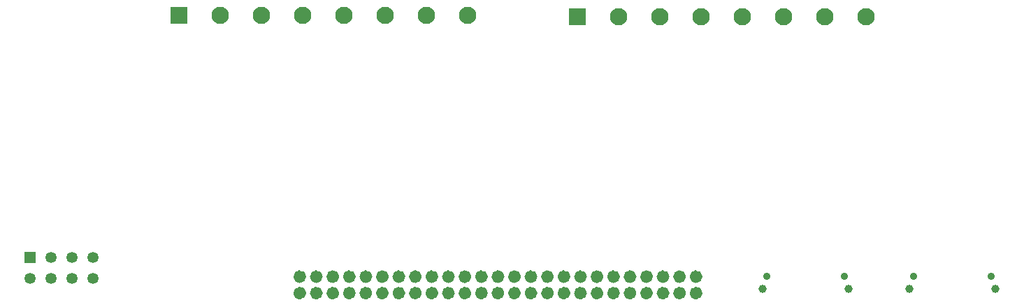
<source format=gbr>
G04 #@! TF.GenerationSoftware,KiCad,Pcbnew,(5.99.0-9973-gfb99c55869)*
G04 #@! TF.CreationDate,2022-03-18T17:34:01-07:00*
G04 #@! TF.ProjectId,v1,76312e6b-6963-4616-945f-706362585858,rev?*
G04 #@! TF.SameCoordinates,Original*
G04 #@! TF.FileFunction,Soldermask,Bot*
G04 #@! TF.FilePolarity,Negative*
%FSLAX46Y46*%
G04 Gerber Fmt 4.6, Leading zero omitted, Abs format (unit mm)*
G04 Created by KiCad (PCBNEW (5.99.0-9973-gfb99c55869)) date 2022-03-18 17:34:01*
%MOMM*%
%LPD*%
G01*
G04 APERTURE LIST*
%ADD10C,0.795985*%
%ADD11R,1.350000X1.350000*%
%ADD12C,1.350000*%
%ADD13R,2.100000X2.100000*%
%ADD14C,2.100000*%
%ADD15C,1.000000*%
%ADD16C,0.890000*%
G04 APERTURE END LIST*
D10*
X140950992Y-139192000D02*
G75*
G03*
X140950992Y-139192000I-397992J0D01*
G01*
X120950992Y-137192004D02*
G75*
G03*
X120950992Y-137192004I-397992J0D01*
G01*
X152950992Y-137192004D02*
G75*
G03*
X152950992Y-137192004I-397992J0D01*
G01*
X148950982Y-137192004D02*
G75*
G03*
X148950982Y-137192004I-397992J0D01*
G01*
X160950992Y-137192004D02*
G75*
G03*
X160950992Y-137192004I-397992J0D01*
G01*
X162950992Y-139192000D02*
G75*
G03*
X162950992Y-139192000I-397992J0D01*
G01*
X136951002Y-137192004D02*
G75*
G03*
X136951002Y-137192004I-397992J0D01*
G01*
X162950992Y-137192004D02*
G75*
G03*
X162950992Y-137192004I-397992J0D01*
G01*
X150951002Y-139192000D02*
G75*
G03*
X150951002Y-139192000I-397992J0D01*
G01*
X118950992Y-137192004D02*
G75*
G03*
X118950992Y-137192004I-397992J0D01*
G01*
X142950992Y-139192000D02*
G75*
G03*
X142950992Y-139192000I-397992J0D01*
G01*
X156950992Y-139192000D02*
G75*
G03*
X156950992Y-139192000I-397992J0D01*
G01*
X142950992Y-137192004D02*
G75*
G03*
X142950992Y-137192004I-397992J0D01*
G01*
X130950992Y-139192000D02*
G75*
G03*
X130950992Y-139192000I-397992J0D01*
G01*
X154950992Y-139192000D02*
G75*
G03*
X154950992Y-139192000I-397992J0D01*
G01*
X128950992Y-137192004D02*
G75*
G03*
X128950992Y-137192004I-397992J0D01*
G01*
X132950992Y-137192004D02*
G75*
G03*
X132950992Y-137192004I-397992J0D01*
G01*
X146950982Y-139192000D02*
G75*
G03*
X146950982Y-139192000I-397992J0D01*
G01*
X124950992Y-139192000D02*
G75*
G03*
X124950992Y-139192000I-397992J0D01*
G01*
X158950992Y-139192000D02*
G75*
G03*
X158950992Y-139192000I-397992J0D01*
G01*
X122950992Y-137192004D02*
G75*
G03*
X122950992Y-137192004I-397992J0D01*
G01*
X128950992Y-139192000D02*
G75*
G03*
X128950992Y-139192000I-397992J0D01*
G01*
X158950992Y-137192004D02*
G75*
G03*
X158950992Y-137192004I-397992J0D01*
G01*
X166950992Y-137192004D02*
G75*
G03*
X166950992Y-137192004I-397992J0D01*
G01*
X126950992Y-137192004D02*
G75*
G03*
X126950992Y-137192004I-397992J0D01*
G01*
X122950992Y-139192000D02*
G75*
G03*
X122950992Y-139192000I-397992J0D01*
G01*
X152950992Y-139192000D02*
G75*
G03*
X152950992Y-139192000I-397992J0D01*
G01*
X124950992Y-137192004D02*
G75*
G03*
X124950992Y-137192004I-397992J0D01*
G01*
X154950992Y-137192004D02*
G75*
G03*
X154950992Y-137192004I-397992J0D01*
G01*
X156950992Y-137192004D02*
G75*
G03*
X156950992Y-137192004I-397992J0D01*
G01*
X120950992Y-139192000D02*
G75*
G03*
X120950992Y-139192000I-397992J0D01*
G01*
X130950992Y-137192004D02*
G75*
G03*
X130950992Y-137192004I-397992J0D01*
G01*
X136951002Y-139192000D02*
G75*
G03*
X136951002Y-139192000I-397992J0D01*
G01*
X150951002Y-137192004D02*
G75*
G03*
X150951002Y-137192004I-397992J0D01*
G01*
X144950992Y-137192004D02*
G75*
G03*
X144950992Y-137192004I-397992J0D01*
G01*
X126950992Y-139192000D02*
G75*
G03*
X126950992Y-139192000I-397992J0D01*
G01*
X144950992Y-139192000D02*
G75*
G03*
X144950992Y-139192000I-397992J0D01*
G01*
X138951002Y-137192004D02*
G75*
G03*
X138951002Y-137192004I-397992J0D01*
G01*
X146950982Y-137192004D02*
G75*
G03*
X146950982Y-137192004I-397992J0D01*
G01*
X148950982Y-139192000D02*
G75*
G03*
X148950982Y-139192000I-397992J0D01*
G01*
X166950992Y-139192000D02*
G75*
G03*
X166950992Y-139192000I-397992J0D01*
G01*
X134950982Y-137192004D02*
G75*
G03*
X134950982Y-137192004I-397992J0D01*
G01*
X132950992Y-139192000D02*
G75*
G03*
X132950992Y-139192000I-397992J0D01*
G01*
X164950992Y-139192000D02*
G75*
G03*
X164950992Y-139192000I-397992J0D01*
G01*
X140950992Y-137192004D02*
G75*
G03*
X140950992Y-137192004I-397992J0D01*
G01*
X138951002Y-139192000D02*
G75*
G03*
X138951002Y-139192000I-397992J0D01*
G01*
X164950992Y-137192004D02*
G75*
G03*
X164950992Y-137192004I-397992J0D01*
G01*
X134950982Y-139192000D02*
G75*
G03*
X134950982Y-139192000I-397992J0D01*
G01*
X160950992Y-139192000D02*
G75*
G03*
X160950992Y-139192000I-397992J0D01*
G01*
X118950992Y-139192000D02*
G75*
G03*
X118950992Y-139192000I-397992J0D01*
G01*
D11*
X85869501Y-134847508D03*
D12*
X85869501Y-137387508D03*
X88409501Y-134847508D03*
X88409501Y-137387508D03*
X90949501Y-134847508D03*
X90949501Y-137387508D03*
X93489501Y-134847508D03*
X93489501Y-137387508D03*
D13*
X103912000Y-105518500D03*
D14*
X108912000Y-105518500D03*
X113912000Y-105518500D03*
X118912000Y-105518500D03*
X123912000Y-105518500D03*
X128912000Y-105518500D03*
X133912000Y-105518500D03*
X138912000Y-105518500D03*
D15*
X192387000Y-138640000D03*
X202837000Y-138640000D03*
D16*
X192887000Y-137160000D03*
X202337000Y-137160000D03*
D15*
X174607000Y-138640000D03*
X185057000Y-138640000D03*
D16*
X184557000Y-137160000D03*
X175107000Y-137160000D03*
D13*
X152172000Y-105664000D03*
D14*
X157172000Y-105664000D03*
X162172000Y-105664000D03*
X167172000Y-105664000D03*
X172172000Y-105664000D03*
X177172000Y-105664000D03*
X182172000Y-105664000D03*
X187172000Y-105664000D03*
M02*

</source>
